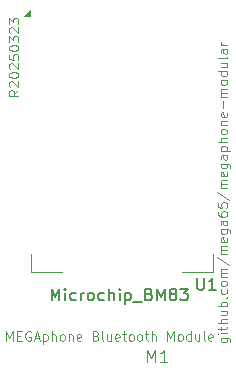
<source format=gbr>
%TF.GenerationSoftware,KiCad,Pcbnew,9.0.1+dfsg-1*%
%TF.CreationDate,2025-05-01T10:59:25+02:00*%
%TF.ProjectId,bluetooth,626c7565-746f-46f7-9468-2e6b69636164,rev?*%
%TF.SameCoordinates,Original*%
%TF.FileFunction,Legend,Top*%
%TF.FilePolarity,Positive*%
%FSLAX46Y46*%
G04 Gerber Fmt 4.6, Leading zero omitted, Abs format (unit mm)*
G04 Created by KiCad (PCBNEW 9.0.1+dfsg-1) date 2025-05-01 10:59:25*
%MOMM*%
%LPD*%
G01*
G04 APERTURE LIST*
%ADD10C,0.100000*%
%ADD11C,0.150000*%
%ADD12C,0.120000*%
G04 APERTURE END LIST*
D10*
X99443265Y-84478895D02*
X99443265Y-83678895D01*
X99443265Y-83678895D02*
X99709931Y-84250323D01*
X99709931Y-84250323D02*
X99976598Y-83678895D01*
X99976598Y-83678895D02*
X99976598Y-84478895D01*
X100357551Y-84059847D02*
X100624217Y-84059847D01*
X100738503Y-84478895D02*
X100357551Y-84478895D01*
X100357551Y-84478895D02*
X100357551Y-83678895D01*
X100357551Y-83678895D02*
X100738503Y-83678895D01*
X101500408Y-83716990D02*
X101424218Y-83678895D01*
X101424218Y-83678895D02*
X101309932Y-83678895D01*
X101309932Y-83678895D02*
X101195646Y-83716990D01*
X101195646Y-83716990D02*
X101119456Y-83793180D01*
X101119456Y-83793180D02*
X101081361Y-83869371D01*
X101081361Y-83869371D02*
X101043265Y-84021752D01*
X101043265Y-84021752D02*
X101043265Y-84136038D01*
X101043265Y-84136038D02*
X101081361Y-84288419D01*
X101081361Y-84288419D02*
X101119456Y-84364609D01*
X101119456Y-84364609D02*
X101195646Y-84440800D01*
X101195646Y-84440800D02*
X101309932Y-84478895D01*
X101309932Y-84478895D02*
X101386123Y-84478895D01*
X101386123Y-84478895D02*
X101500408Y-84440800D01*
X101500408Y-84440800D02*
X101538504Y-84402704D01*
X101538504Y-84402704D02*
X101538504Y-84136038D01*
X101538504Y-84136038D02*
X101386123Y-84136038D01*
X101843265Y-84250323D02*
X102224218Y-84250323D01*
X101767075Y-84478895D02*
X102033742Y-83678895D01*
X102033742Y-83678895D02*
X102300408Y-84478895D01*
X102567075Y-83945561D02*
X102567075Y-84745561D01*
X102567075Y-83983657D02*
X102643265Y-83945561D01*
X102643265Y-83945561D02*
X102795646Y-83945561D01*
X102795646Y-83945561D02*
X102871837Y-83983657D01*
X102871837Y-83983657D02*
X102909932Y-84021752D01*
X102909932Y-84021752D02*
X102948027Y-84097942D01*
X102948027Y-84097942D02*
X102948027Y-84326514D01*
X102948027Y-84326514D02*
X102909932Y-84402704D01*
X102909932Y-84402704D02*
X102871837Y-84440800D01*
X102871837Y-84440800D02*
X102795646Y-84478895D01*
X102795646Y-84478895D02*
X102643265Y-84478895D01*
X102643265Y-84478895D02*
X102567075Y-84440800D01*
X103290885Y-84478895D02*
X103290885Y-83678895D01*
X103633742Y-84478895D02*
X103633742Y-84059847D01*
X103633742Y-84059847D02*
X103595647Y-83983657D01*
X103595647Y-83983657D02*
X103519456Y-83945561D01*
X103519456Y-83945561D02*
X103405170Y-83945561D01*
X103405170Y-83945561D02*
X103328980Y-83983657D01*
X103328980Y-83983657D02*
X103290885Y-84021752D01*
X104128980Y-84478895D02*
X104052790Y-84440800D01*
X104052790Y-84440800D02*
X104014695Y-84402704D01*
X104014695Y-84402704D02*
X103976599Y-84326514D01*
X103976599Y-84326514D02*
X103976599Y-84097942D01*
X103976599Y-84097942D02*
X104014695Y-84021752D01*
X104014695Y-84021752D02*
X104052790Y-83983657D01*
X104052790Y-83983657D02*
X104128980Y-83945561D01*
X104128980Y-83945561D02*
X104243266Y-83945561D01*
X104243266Y-83945561D02*
X104319457Y-83983657D01*
X104319457Y-83983657D02*
X104357552Y-84021752D01*
X104357552Y-84021752D02*
X104395647Y-84097942D01*
X104395647Y-84097942D02*
X104395647Y-84326514D01*
X104395647Y-84326514D02*
X104357552Y-84402704D01*
X104357552Y-84402704D02*
X104319457Y-84440800D01*
X104319457Y-84440800D02*
X104243266Y-84478895D01*
X104243266Y-84478895D02*
X104128980Y-84478895D01*
X104738505Y-83945561D02*
X104738505Y-84478895D01*
X104738505Y-84021752D02*
X104776600Y-83983657D01*
X104776600Y-83983657D02*
X104852790Y-83945561D01*
X104852790Y-83945561D02*
X104967076Y-83945561D01*
X104967076Y-83945561D02*
X105043267Y-83983657D01*
X105043267Y-83983657D02*
X105081362Y-84059847D01*
X105081362Y-84059847D02*
X105081362Y-84478895D01*
X105767077Y-84440800D02*
X105690886Y-84478895D01*
X105690886Y-84478895D02*
X105538505Y-84478895D01*
X105538505Y-84478895D02*
X105462315Y-84440800D01*
X105462315Y-84440800D02*
X105424219Y-84364609D01*
X105424219Y-84364609D02*
X105424219Y-84059847D01*
X105424219Y-84059847D02*
X105462315Y-83983657D01*
X105462315Y-83983657D02*
X105538505Y-83945561D01*
X105538505Y-83945561D02*
X105690886Y-83945561D01*
X105690886Y-83945561D02*
X105767077Y-83983657D01*
X105767077Y-83983657D02*
X105805172Y-84059847D01*
X105805172Y-84059847D02*
X105805172Y-84136038D01*
X105805172Y-84136038D02*
X105424219Y-84212228D01*
X107024219Y-84059847D02*
X107138505Y-84097942D01*
X107138505Y-84097942D02*
X107176600Y-84136038D01*
X107176600Y-84136038D02*
X107214696Y-84212228D01*
X107214696Y-84212228D02*
X107214696Y-84326514D01*
X107214696Y-84326514D02*
X107176600Y-84402704D01*
X107176600Y-84402704D02*
X107138505Y-84440800D01*
X107138505Y-84440800D02*
X107062315Y-84478895D01*
X107062315Y-84478895D02*
X106757553Y-84478895D01*
X106757553Y-84478895D02*
X106757553Y-83678895D01*
X106757553Y-83678895D02*
X107024219Y-83678895D01*
X107024219Y-83678895D02*
X107100410Y-83716990D01*
X107100410Y-83716990D02*
X107138505Y-83755085D01*
X107138505Y-83755085D02*
X107176600Y-83831276D01*
X107176600Y-83831276D02*
X107176600Y-83907466D01*
X107176600Y-83907466D02*
X107138505Y-83983657D01*
X107138505Y-83983657D02*
X107100410Y-84021752D01*
X107100410Y-84021752D02*
X107024219Y-84059847D01*
X107024219Y-84059847D02*
X106757553Y-84059847D01*
X107671838Y-84478895D02*
X107595648Y-84440800D01*
X107595648Y-84440800D02*
X107557553Y-84364609D01*
X107557553Y-84364609D02*
X107557553Y-83678895D01*
X108319458Y-83945561D02*
X108319458Y-84478895D01*
X107976601Y-83945561D02*
X107976601Y-84364609D01*
X107976601Y-84364609D02*
X108014696Y-84440800D01*
X108014696Y-84440800D02*
X108090886Y-84478895D01*
X108090886Y-84478895D02*
X108205172Y-84478895D01*
X108205172Y-84478895D02*
X108281363Y-84440800D01*
X108281363Y-84440800D02*
X108319458Y-84402704D01*
X109005173Y-84440800D02*
X108928982Y-84478895D01*
X108928982Y-84478895D02*
X108776601Y-84478895D01*
X108776601Y-84478895D02*
X108700411Y-84440800D01*
X108700411Y-84440800D02*
X108662315Y-84364609D01*
X108662315Y-84364609D02*
X108662315Y-84059847D01*
X108662315Y-84059847D02*
X108700411Y-83983657D01*
X108700411Y-83983657D02*
X108776601Y-83945561D01*
X108776601Y-83945561D02*
X108928982Y-83945561D01*
X108928982Y-83945561D02*
X109005173Y-83983657D01*
X109005173Y-83983657D02*
X109043268Y-84059847D01*
X109043268Y-84059847D02*
X109043268Y-84136038D01*
X109043268Y-84136038D02*
X108662315Y-84212228D01*
X109271839Y-83945561D02*
X109576601Y-83945561D01*
X109386125Y-83678895D02*
X109386125Y-84364609D01*
X109386125Y-84364609D02*
X109424220Y-84440800D01*
X109424220Y-84440800D02*
X109500410Y-84478895D01*
X109500410Y-84478895D02*
X109576601Y-84478895D01*
X109957553Y-84478895D02*
X109881363Y-84440800D01*
X109881363Y-84440800D02*
X109843268Y-84402704D01*
X109843268Y-84402704D02*
X109805172Y-84326514D01*
X109805172Y-84326514D02*
X109805172Y-84097942D01*
X109805172Y-84097942D02*
X109843268Y-84021752D01*
X109843268Y-84021752D02*
X109881363Y-83983657D01*
X109881363Y-83983657D02*
X109957553Y-83945561D01*
X109957553Y-83945561D02*
X110071839Y-83945561D01*
X110071839Y-83945561D02*
X110148030Y-83983657D01*
X110148030Y-83983657D02*
X110186125Y-84021752D01*
X110186125Y-84021752D02*
X110224220Y-84097942D01*
X110224220Y-84097942D02*
X110224220Y-84326514D01*
X110224220Y-84326514D02*
X110186125Y-84402704D01*
X110186125Y-84402704D02*
X110148030Y-84440800D01*
X110148030Y-84440800D02*
X110071839Y-84478895D01*
X110071839Y-84478895D02*
X109957553Y-84478895D01*
X110681363Y-84478895D02*
X110605173Y-84440800D01*
X110605173Y-84440800D02*
X110567078Y-84402704D01*
X110567078Y-84402704D02*
X110528982Y-84326514D01*
X110528982Y-84326514D02*
X110528982Y-84097942D01*
X110528982Y-84097942D02*
X110567078Y-84021752D01*
X110567078Y-84021752D02*
X110605173Y-83983657D01*
X110605173Y-83983657D02*
X110681363Y-83945561D01*
X110681363Y-83945561D02*
X110795649Y-83945561D01*
X110795649Y-83945561D02*
X110871840Y-83983657D01*
X110871840Y-83983657D02*
X110909935Y-84021752D01*
X110909935Y-84021752D02*
X110948030Y-84097942D01*
X110948030Y-84097942D02*
X110948030Y-84326514D01*
X110948030Y-84326514D02*
X110909935Y-84402704D01*
X110909935Y-84402704D02*
X110871840Y-84440800D01*
X110871840Y-84440800D02*
X110795649Y-84478895D01*
X110795649Y-84478895D02*
X110681363Y-84478895D01*
X111176602Y-83945561D02*
X111481364Y-83945561D01*
X111290888Y-83678895D02*
X111290888Y-84364609D01*
X111290888Y-84364609D02*
X111328983Y-84440800D01*
X111328983Y-84440800D02*
X111405173Y-84478895D01*
X111405173Y-84478895D02*
X111481364Y-84478895D01*
X111748031Y-84478895D02*
X111748031Y-83678895D01*
X112090888Y-84478895D02*
X112090888Y-84059847D01*
X112090888Y-84059847D02*
X112052793Y-83983657D01*
X112052793Y-83983657D02*
X111976602Y-83945561D01*
X111976602Y-83945561D02*
X111862316Y-83945561D01*
X111862316Y-83945561D02*
X111786126Y-83983657D01*
X111786126Y-83983657D02*
X111748031Y-84021752D01*
X113081365Y-84478895D02*
X113081365Y-83678895D01*
X113081365Y-83678895D02*
X113348031Y-84250323D01*
X113348031Y-84250323D02*
X113614698Y-83678895D01*
X113614698Y-83678895D02*
X113614698Y-84478895D01*
X114109936Y-84478895D02*
X114033746Y-84440800D01*
X114033746Y-84440800D02*
X113995651Y-84402704D01*
X113995651Y-84402704D02*
X113957555Y-84326514D01*
X113957555Y-84326514D02*
X113957555Y-84097942D01*
X113957555Y-84097942D02*
X113995651Y-84021752D01*
X113995651Y-84021752D02*
X114033746Y-83983657D01*
X114033746Y-83983657D02*
X114109936Y-83945561D01*
X114109936Y-83945561D02*
X114224222Y-83945561D01*
X114224222Y-83945561D02*
X114300413Y-83983657D01*
X114300413Y-83983657D02*
X114338508Y-84021752D01*
X114338508Y-84021752D02*
X114376603Y-84097942D01*
X114376603Y-84097942D02*
X114376603Y-84326514D01*
X114376603Y-84326514D02*
X114338508Y-84402704D01*
X114338508Y-84402704D02*
X114300413Y-84440800D01*
X114300413Y-84440800D02*
X114224222Y-84478895D01*
X114224222Y-84478895D02*
X114109936Y-84478895D01*
X115062318Y-84478895D02*
X115062318Y-83678895D01*
X115062318Y-84440800D02*
X114986127Y-84478895D01*
X114986127Y-84478895D02*
X114833746Y-84478895D01*
X114833746Y-84478895D02*
X114757556Y-84440800D01*
X114757556Y-84440800D02*
X114719461Y-84402704D01*
X114719461Y-84402704D02*
X114681365Y-84326514D01*
X114681365Y-84326514D02*
X114681365Y-84097942D01*
X114681365Y-84097942D02*
X114719461Y-84021752D01*
X114719461Y-84021752D02*
X114757556Y-83983657D01*
X114757556Y-83983657D02*
X114833746Y-83945561D01*
X114833746Y-83945561D02*
X114986127Y-83945561D01*
X114986127Y-83945561D02*
X115062318Y-83983657D01*
X115786128Y-83945561D02*
X115786128Y-84478895D01*
X115443271Y-83945561D02*
X115443271Y-84364609D01*
X115443271Y-84364609D02*
X115481366Y-84440800D01*
X115481366Y-84440800D02*
X115557556Y-84478895D01*
X115557556Y-84478895D02*
X115671842Y-84478895D01*
X115671842Y-84478895D02*
X115748033Y-84440800D01*
X115748033Y-84440800D02*
X115786128Y-84402704D01*
X116281366Y-84478895D02*
X116205176Y-84440800D01*
X116205176Y-84440800D02*
X116167081Y-84364609D01*
X116167081Y-84364609D02*
X116167081Y-83678895D01*
X116890891Y-84440800D02*
X116814700Y-84478895D01*
X116814700Y-84478895D02*
X116662319Y-84478895D01*
X116662319Y-84478895D02*
X116586129Y-84440800D01*
X116586129Y-84440800D02*
X116548033Y-84364609D01*
X116548033Y-84364609D02*
X116548033Y-84059847D01*
X116548033Y-84059847D02*
X116586129Y-83983657D01*
X116586129Y-83983657D02*
X116662319Y-83945561D01*
X116662319Y-83945561D02*
X116814700Y-83945561D01*
X116814700Y-83945561D02*
X116890891Y-83983657D01*
X116890891Y-83983657D02*
X116928986Y-84059847D01*
X116928986Y-84059847D02*
X116928986Y-84136038D01*
X116928986Y-84136038D02*
X116548033Y-84212228D01*
X117600561Y-84236877D02*
X118248180Y-84236877D01*
X118248180Y-84236877D02*
X118324371Y-84274972D01*
X118324371Y-84274972D02*
X118362466Y-84313068D01*
X118362466Y-84313068D02*
X118400561Y-84389258D01*
X118400561Y-84389258D02*
X118400561Y-84503544D01*
X118400561Y-84503544D02*
X118362466Y-84579734D01*
X118095800Y-84236877D02*
X118133895Y-84313068D01*
X118133895Y-84313068D02*
X118133895Y-84465449D01*
X118133895Y-84465449D02*
X118095800Y-84541639D01*
X118095800Y-84541639D02*
X118057704Y-84579734D01*
X118057704Y-84579734D02*
X117981514Y-84617830D01*
X117981514Y-84617830D02*
X117752942Y-84617830D01*
X117752942Y-84617830D02*
X117676752Y-84579734D01*
X117676752Y-84579734D02*
X117638657Y-84541639D01*
X117638657Y-84541639D02*
X117600561Y-84465449D01*
X117600561Y-84465449D02*
X117600561Y-84313068D01*
X117600561Y-84313068D02*
X117638657Y-84236877D01*
X118133895Y-83855924D02*
X117600561Y-83855924D01*
X117333895Y-83855924D02*
X117371990Y-83894020D01*
X117371990Y-83894020D02*
X117410085Y-83855924D01*
X117410085Y-83855924D02*
X117371990Y-83817829D01*
X117371990Y-83817829D02*
X117333895Y-83855924D01*
X117333895Y-83855924D02*
X117410085Y-83855924D01*
X117600561Y-83589258D02*
X117600561Y-83284496D01*
X117333895Y-83474972D02*
X118019609Y-83474972D01*
X118019609Y-83474972D02*
X118095800Y-83436877D01*
X118095800Y-83436877D02*
X118133895Y-83360687D01*
X118133895Y-83360687D02*
X118133895Y-83284496D01*
X118133895Y-83017829D02*
X117333895Y-83017829D01*
X118133895Y-82674972D02*
X117714847Y-82674972D01*
X117714847Y-82674972D02*
X117638657Y-82713067D01*
X117638657Y-82713067D02*
X117600561Y-82789258D01*
X117600561Y-82789258D02*
X117600561Y-82903544D01*
X117600561Y-82903544D02*
X117638657Y-82979734D01*
X117638657Y-82979734D02*
X117676752Y-83017829D01*
X117600561Y-81951162D02*
X118133895Y-81951162D01*
X117600561Y-82294019D02*
X118019609Y-82294019D01*
X118019609Y-82294019D02*
X118095800Y-82255924D01*
X118095800Y-82255924D02*
X118133895Y-82179734D01*
X118133895Y-82179734D02*
X118133895Y-82065448D01*
X118133895Y-82065448D02*
X118095800Y-81989257D01*
X118095800Y-81989257D02*
X118057704Y-81951162D01*
X118133895Y-81570209D02*
X117333895Y-81570209D01*
X117638657Y-81570209D02*
X117600561Y-81494019D01*
X117600561Y-81494019D02*
X117600561Y-81341638D01*
X117600561Y-81341638D02*
X117638657Y-81265447D01*
X117638657Y-81265447D02*
X117676752Y-81227352D01*
X117676752Y-81227352D02*
X117752942Y-81189257D01*
X117752942Y-81189257D02*
X117981514Y-81189257D01*
X117981514Y-81189257D02*
X118057704Y-81227352D01*
X118057704Y-81227352D02*
X118095800Y-81265447D01*
X118095800Y-81265447D02*
X118133895Y-81341638D01*
X118133895Y-81341638D02*
X118133895Y-81494019D01*
X118133895Y-81494019D02*
X118095800Y-81570209D01*
X118057704Y-80846399D02*
X118095800Y-80808304D01*
X118095800Y-80808304D02*
X118133895Y-80846399D01*
X118133895Y-80846399D02*
X118095800Y-80884495D01*
X118095800Y-80884495D02*
X118057704Y-80846399D01*
X118057704Y-80846399D02*
X118133895Y-80846399D01*
X118095800Y-80122590D02*
X118133895Y-80198781D01*
X118133895Y-80198781D02*
X118133895Y-80351162D01*
X118133895Y-80351162D02*
X118095800Y-80427352D01*
X118095800Y-80427352D02*
X118057704Y-80465447D01*
X118057704Y-80465447D02*
X117981514Y-80503543D01*
X117981514Y-80503543D02*
X117752942Y-80503543D01*
X117752942Y-80503543D02*
X117676752Y-80465447D01*
X117676752Y-80465447D02*
X117638657Y-80427352D01*
X117638657Y-80427352D02*
X117600561Y-80351162D01*
X117600561Y-80351162D02*
X117600561Y-80198781D01*
X117600561Y-80198781D02*
X117638657Y-80122590D01*
X118133895Y-79665448D02*
X118095800Y-79741638D01*
X118095800Y-79741638D02*
X118057704Y-79779733D01*
X118057704Y-79779733D02*
X117981514Y-79817829D01*
X117981514Y-79817829D02*
X117752942Y-79817829D01*
X117752942Y-79817829D02*
X117676752Y-79779733D01*
X117676752Y-79779733D02*
X117638657Y-79741638D01*
X117638657Y-79741638D02*
X117600561Y-79665448D01*
X117600561Y-79665448D02*
X117600561Y-79551162D01*
X117600561Y-79551162D02*
X117638657Y-79474971D01*
X117638657Y-79474971D02*
X117676752Y-79436876D01*
X117676752Y-79436876D02*
X117752942Y-79398781D01*
X117752942Y-79398781D02*
X117981514Y-79398781D01*
X117981514Y-79398781D02*
X118057704Y-79436876D01*
X118057704Y-79436876D02*
X118095800Y-79474971D01*
X118095800Y-79474971D02*
X118133895Y-79551162D01*
X118133895Y-79551162D02*
X118133895Y-79665448D01*
X118133895Y-79055923D02*
X117600561Y-79055923D01*
X117676752Y-79055923D02*
X117638657Y-79017828D01*
X117638657Y-79017828D02*
X117600561Y-78941638D01*
X117600561Y-78941638D02*
X117600561Y-78827352D01*
X117600561Y-78827352D02*
X117638657Y-78751161D01*
X117638657Y-78751161D02*
X117714847Y-78713066D01*
X117714847Y-78713066D02*
X118133895Y-78713066D01*
X117714847Y-78713066D02*
X117638657Y-78674971D01*
X117638657Y-78674971D02*
X117600561Y-78598780D01*
X117600561Y-78598780D02*
X117600561Y-78484495D01*
X117600561Y-78484495D02*
X117638657Y-78408304D01*
X117638657Y-78408304D02*
X117714847Y-78370209D01*
X117714847Y-78370209D02*
X118133895Y-78370209D01*
X117295800Y-77417828D02*
X118324371Y-78103542D01*
X118133895Y-77151161D02*
X117600561Y-77151161D01*
X117676752Y-77151161D02*
X117638657Y-77113066D01*
X117638657Y-77113066D02*
X117600561Y-77036876D01*
X117600561Y-77036876D02*
X117600561Y-76922590D01*
X117600561Y-76922590D02*
X117638657Y-76846399D01*
X117638657Y-76846399D02*
X117714847Y-76808304D01*
X117714847Y-76808304D02*
X118133895Y-76808304D01*
X117714847Y-76808304D02*
X117638657Y-76770209D01*
X117638657Y-76770209D02*
X117600561Y-76694018D01*
X117600561Y-76694018D02*
X117600561Y-76579733D01*
X117600561Y-76579733D02*
X117638657Y-76503542D01*
X117638657Y-76503542D02*
X117714847Y-76465447D01*
X117714847Y-76465447D02*
X118133895Y-76465447D01*
X118095800Y-75779732D02*
X118133895Y-75855923D01*
X118133895Y-75855923D02*
X118133895Y-76008304D01*
X118133895Y-76008304D02*
X118095800Y-76084494D01*
X118095800Y-76084494D02*
X118019609Y-76122590D01*
X118019609Y-76122590D02*
X117714847Y-76122590D01*
X117714847Y-76122590D02*
X117638657Y-76084494D01*
X117638657Y-76084494D02*
X117600561Y-76008304D01*
X117600561Y-76008304D02*
X117600561Y-75855923D01*
X117600561Y-75855923D02*
X117638657Y-75779732D01*
X117638657Y-75779732D02*
X117714847Y-75741637D01*
X117714847Y-75741637D02*
X117791038Y-75741637D01*
X117791038Y-75741637D02*
X117867228Y-76122590D01*
X117600561Y-75055923D02*
X118248180Y-75055923D01*
X118248180Y-75055923D02*
X118324371Y-75094018D01*
X118324371Y-75094018D02*
X118362466Y-75132114D01*
X118362466Y-75132114D02*
X118400561Y-75208304D01*
X118400561Y-75208304D02*
X118400561Y-75322590D01*
X118400561Y-75322590D02*
X118362466Y-75398780D01*
X118095800Y-75055923D02*
X118133895Y-75132114D01*
X118133895Y-75132114D02*
X118133895Y-75284495D01*
X118133895Y-75284495D02*
X118095800Y-75360685D01*
X118095800Y-75360685D02*
X118057704Y-75398780D01*
X118057704Y-75398780D02*
X117981514Y-75436876D01*
X117981514Y-75436876D02*
X117752942Y-75436876D01*
X117752942Y-75436876D02*
X117676752Y-75398780D01*
X117676752Y-75398780D02*
X117638657Y-75360685D01*
X117638657Y-75360685D02*
X117600561Y-75284495D01*
X117600561Y-75284495D02*
X117600561Y-75132114D01*
X117600561Y-75132114D02*
X117638657Y-75055923D01*
X118133895Y-74332113D02*
X117714847Y-74332113D01*
X117714847Y-74332113D02*
X117638657Y-74370208D01*
X117638657Y-74370208D02*
X117600561Y-74446399D01*
X117600561Y-74446399D02*
X117600561Y-74598780D01*
X117600561Y-74598780D02*
X117638657Y-74674970D01*
X118095800Y-74332113D02*
X118133895Y-74408304D01*
X118133895Y-74408304D02*
X118133895Y-74598780D01*
X118133895Y-74598780D02*
X118095800Y-74674970D01*
X118095800Y-74674970D02*
X118019609Y-74713066D01*
X118019609Y-74713066D02*
X117943419Y-74713066D01*
X117943419Y-74713066D02*
X117867228Y-74674970D01*
X117867228Y-74674970D02*
X117829133Y-74598780D01*
X117829133Y-74598780D02*
X117829133Y-74408304D01*
X117829133Y-74408304D02*
X117791038Y-74332113D01*
X117333895Y-73608303D02*
X117333895Y-73760684D01*
X117333895Y-73760684D02*
X117371990Y-73836875D01*
X117371990Y-73836875D02*
X117410085Y-73874970D01*
X117410085Y-73874970D02*
X117524371Y-73951160D01*
X117524371Y-73951160D02*
X117676752Y-73989256D01*
X117676752Y-73989256D02*
X117981514Y-73989256D01*
X117981514Y-73989256D02*
X118057704Y-73951160D01*
X118057704Y-73951160D02*
X118095800Y-73913065D01*
X118095800Y-73913065D02*
X118133895Y-73836875D01*
X118133895Y-73836875D02*
X118133895Y-73684494D01*
X118133895Y-73684494D02*
X118095800Y-73608303D01*
X118095800Y-73608303D02*
X118057704Y-73570208D01*
X118057704Y-73570208D02*
X117981514Y-73532113D01*
X117981514Y-73532113D02*
X117791038Y-73532113D01*
X117791038Y-73532113D02*
X117714847Y-73570208D01*
X117714847Y-73570208D02*
X117676752Y-73608303D01*
X117676752Y-73608303D02*
X117638657Y-73684494D01*
X117638657Y-73684494D02*
X117638657Y-73836875D01*
X117638657Y-73836875D02*
X117676752Y-73913065D01*
X117676752Y-73913065D02*
X117714847Y-73951160D01*
X117714847Y-73951160D02*
X117791038Y-73989256D01*
X117333895Y-72808303D02*
X117333895Y-73189255D01*
X117333895Y-73189255D02*
X117714847Y-73227351D01*
X117714847Y-73227351D02*
X117676752Y-73189255D01*
X117676752Y-73189255D02*
X117638657Y-73113065D01*
X117638657Y-73113065D02*
X117638657Y-72922589D01*
X117638657Y-72922589D02*
X117676752Y-72846398D01*
X117676752Y-72846398D02*
X117714847Y-72808303D01*
X117714847Y-72808303D02*
X117791038Y-72770208D01*
X117791038Y-72770208D02*
X117981514Y-72770208D01*
X117981514Y-72770208D02*
X118057704Y-72808303D01*
X118057704Y-72808303D02*
X118095800Y-72846398D01*
X118095800Y-72846398D02*
X118133895Y-72922589D01*
X118133895Y-72922589D02*
X118133895Y-73113065D01*
X118133895Y-73113065D02*
X118095800Y-73189255D01*
X118095800Y-73189255D02*
X118057704Y-73227351D01*
X117295800Y-71855922D02*
X118324371Y-72541636D01*
X118133895Y-71589255D02*
X117600561Y-71589255D01*
X117676752Y-71589255D02*
X117638657Y-71551160D01*
X117638657Y-71551160D02*
X117600561Y-71474970D01*
X117600561Y-71474970D02*
X117600561Y-71360684D01*
X117600561Y-71360684D02*
X117638657Y-71284493D01*
X117638657Y-71284493D02*
X117714847Y-71246398D01*
X117714847Y-71246398D02*
X118133895Y-71246398D01*
X117714847Y-71246398D02*
X117638657Y-71208303D01*
X117638657Y-71208303D02*
X117600561Y-71132112D01*
X117600561Y-71132112D02*
X117600561Y-71017827D01*
X117600561Y-71017827D02*
X117638657Y-70941636D01*
X117638657Y-70941636D02*
X117714847Y-70903541D01*
X117714847Y-70903541D02*
X118133895Y-70903541D01*
X118095800Y-70217826D02*
X118133895Y-70294017D01*
X118133895Y-70294017D02*
X118133895Y-70446398D01*
X118133895Y-70446398D02*
X118095800Y-70522588D01*
X118095800Y-70522588D02*
X118019609Y-70560684D01*
X118019609Y-70560684D02*
X117714847Y-70560684D01*
X117714847Y-70560684D02*
X117638657Y-70522588D01*
X117638657Y-70522588D02*
X117600561Y-70446398D01*
X117600561Y-70446398D02*
X117600561Y-70294017D01*
X117600561Y-70294017D02*
X117638657Y-70217826D01*
X117638657Y-70217826D02*
X117714847Y-70179731D01*
X117714847Y-70179731D02*
X117791038Y-70179731D01*
X117791038Y-70179731D02*
X117867228Y-70560684D01*
X117600561Y-69494017D02*
X118248180Y-69494017D01*
X118248180Y-69494017D02*
X118324371Y-69532112D01*
X118324371Y-69532112D02*
X118362466Y-69570208D01*
X118362466Y-69570208D02*
X118400561Y-69646398D01*
X118400561Y-69646398D02*
X118400561Y-69760684D01*
X118400561Y-69760684D02*
X118362466Y-69836874D01*
X118095800Y-69494017D02*
X118133895Y-69570208D01*
X118133895Y-69570208D02*
X118133895Y-69722589D01*
X118133895Y-69722589D02*
X118095800Y-69798779D01*
X118095800Y-69798779D02*
X118057704Y-69836874D01*
X118057704Y-69836874D02*
X117981514Y-69874970D01*
X117981514Y-69874970D02*
X117752942Y-69874970D01*
X117752942Y-69874970D02*
X117676752Y-69836874D01*
X117676752Y-69836874D02*
X117638657Y-69798779D01*
X117638657Y-69798779D02*
X117600561Y-69722589D01*
X117600561Y-69722589D02*
X117600561Y-69570208D01*
X117600561Y-69570208D02*
X117638657Y-69494017D01*
X118133895Y-68770207D02*
X117714847Y-68770207D01*
X117714847Y-68770207D02*
X117638657Y-68808302D01*
X117638657Y-68808302D02*
X117600561Y-68884493D01*
X117600561Y-68884493D02*
X117600561Y-69036874D01*
X117600561Y-69036874D02*
X117638657Y-69113064D01*
X118095800Y-68770207D02*
X118133895Y-68846398D01*
X118133895Y-68846398D02*
X118133895Y-69036874D01*
X118133895Y-69036874D02*
X118095800Y-69113064D01*
X118095800Y-69113064D02*
X118019609Y-69151160D01*
X118019609Y-69151160D02*
X117943419Y-69151160D01*
X117943419Y-69151160D02*
X117867228Y-69113064D01*
X117867228Y-69113064D02*
X117829133Y-69036874D01*
X117829133Y-69036874D02*
X117829133Y-68846398D01*
X117829133Y-68846398D02*
X117791038Y-68770207D01*
X117600561Y-68389254D02*
X118400561Y-68389254D01*
X117638657Y-68389254D02*
X117600561Y-68313064D01*
X117600561Y-68313064D02*
X117600561Y-68160683D01*
X117600561Y-68160683D02*
X117638657Y-68084492D01*
X117638657Y-68084492D02*
X117676752Y-68046397D01*
X117676752Y-68046397D02*
X117752942Y-68008302D01*
X117752942Y-68008302D02*
X117981514Y-68008302D01*
X117981514Y-68008302D02*
X118057704Y-68046397D01*
X118057704Y-68046397D02*
X118095800Y-68084492D01*
X118095800Y-68084492D02*
X118133895Y-68160683D01*
X118133895Y-68160683D02*
X118133895Y-68313064D01*
X118133895Y-68313064D02*
X118095800Y-68389254D01*
X118133895Y-67665444D02*
X117333895Y-67665444D01*
X118133895Y-67322587D02*
X117714847Y-67322587D01*
X117714847Y-67322587D02*
X117638657Y-67360682D01*
X117638657Y-67360682D02*
X117600561Y-67436873D01*
X117600561Y-67436873D02*
X117600561Y-67551159D01*
X117600561Y-67551159D02*
X117638657Y-67627349D01*
X117638657Y-67627349D02*
X117676752Y-67665444D01*
X118133895Y-66827349D02*
X118095800Y-66903539D01*
X118095800Y-66903539D02*
X118057704Y-66941634D01*
X118057704Y-66941634D02*
X117981514Y-66979730D01*
X117981514Y-66979730D02*
X117752942Y-66979730D01*
X117752942Y-66979730D02*
X117676752Y-66941634D01*
X117676752Y-66941634D02*
X117638657Y-66903539D01*
X117638657Y-66903539D02*
X117600561Y-66827349D01*
X117600561Y-66827349D02*
X117600561Y-66713063D01*
X117600561Y-66713063D02*
X117638657Y-66636872D01*
X117638657Y-66636872D02*
X117676752Y-66598777D01*
X117676752Y-66598777D02*
X117752942Y-66560682D01*
X117752942Y-66560682D02*
X117981514Y-66560682D01*
X117981514Y-66560682D02*
X118057704Y-66598777D01*
X118057704Y-66598777D02*
X118095800Y-66636872D01*
X118095800Y-66636872D02*
X118133895Y-66713063D01*
X118133895Y-66713063D02*
X118133895Y-66827349D01*
X117600561Y-66217824D02*
X118133895Y-66217824D01*
X117676752Y-66217824D02*
X117638657Y-66179729D01*
X117638657Y-66179729D02*
X117600561Y-66103539D01*
X117600561Y-66103539D02*
X117600561Y-65989253D01*
X117600561Y-65989253D02*
X117638657Y-65913062D01*
X117638657Y-65913062D02*
X117714847Y-65874967D01*
X117714847Y-65874967D02*
X118133895Y-65874967D01*
X118095800Y-65189252D02*
X118133895Y-65265443D01*
X118133895Y-65265443D02*
X118133895Y-65417824D01*
X118133895Y-65417824D02*
X118095800Y-65494014D01*
X118095800Y-65494014D02*
X118019609Y-65532110D01*
X118019609Y-65532110D02*
X117714847Y-65532110D01*
X117714847Y-65532110D02*
X117638657Y-65494014D01*
X117638657Y-65494014D02*
X117600561Y-65417824D01*
X117600561Y-65417824D02*
X117600561Y-65265443D01*
X117600561Y-65265443D02*
X117638657Y-65189252D01*
X117638657Y-65189252D02*
X117714847Y-65151157D01*
X117714847Y-65151157D02*
X117791038Y-65151157D01*
X117791038Y-65151157D02*
X117867228Y-65532110D01*
X117829133Y-64808300D02*
X117829133Y-64198777D01*
X118133895Y-63817824D02*
X117600561Y-63817824D01*
X117676752Y-63817824D02*
X117638657Y-63779729D01*
X117638657Y-63779729D02*
X117600561Y-63703539D01*
X117600561Y-63703539D02*
X117600561Y-63589253D01*
X117600561Y-63589253D02*
X117638657Y-63513062D01*
X117638657Y-63513062D02*
X117714847Y-63474967D01*
X117714847Y-63474967D02*
X118133895Y-63474967D01*
X117714847Y-63474967D02*
X117638657Y-63436872D01*
X117638657Y-63436872D02*
X117600561Y-63360681D01*
X117600561Y-63360681D02*
X117600561Y-63246396D01*
X117600561Y-63246396D02*
X117638657Y-63170205D01*
X117638657Y-63170205D02*
X117714847Y-63132110D01*
X117714847Y-63132110D02*
X118133895Y-63132110D01*
X118133895Y-62636872D02*
X118095800Y-62713062D01*
X118095800Y-62713062D02*
X118057704Y-62751157D01*
X118057704Y-62751157D02*
X117981514Y-62789253D01*
X117981514Y-62789253D02*
X117752942Y-62789253D01*
X117752942Y-62789253D02*
X117676752Y-62751157D01*
X117676752Y-62751157D02*
X117638657Y-62713062D01*
X117638657Y-62713062D02*
X117600561Y-62636872D01*
X117600561Y-62636872D02*
X117600561Y-62522586D01*
X117600561Y-62522586D02*
X117638657Y-62446395D01*
X117638657Y-62446395D02*
X117676752Y-62408300D01*
X117676752Y-62408300D02*
X117752942Y-62370205D01*
X117752942Y-62370205D02*
X117981514Y-62370205D01*
X117981514Y-62370205D02*
X118057704Y-62408300D01*
X118057704Y-62408300D02*
X118095800Y-62446395D01*
X118095800Y-62446395D02*
X118133895Y-62522586D01*
X118133895Y-62522586D02*
X118133895Y-62636872D01*
X118133895Y-61684490D02*
X117333895Y-61684490D01*
X118095800Y-61684490D02*
X118133895Y-61760681D01*
X118133895Y-61760681D02*
X118133895Y-61913062D01*
X118133895Y-61913062D02*
X118095800Y-61989252D01*
X118095800Y-61989252D02*
X118057704Y-62027347D01*
X118057704Y-62027347D02*
X117981514Y-62065443D01*
X117981514Y-62065443D02*
X117752942Y-62065443D01*
X117752942Y-62065443D02*
X117676752Y-62027347D01*
X117676752Y-62027347D02*
X117638657Y-61989252D01*
X117638657Y-61989252D02*
X117600561Y-61913062D01*
X117600561Y-61913062D02*
X117600561Y-61760681D01*
X117600561Y-61760681D02*
X117638657Y-61684490D01*
X117600561Y-60960680D02*
X118133895Y-60960680D01*
X117600561Y-61303537D02*
X118019609Y-61303537D01*
X118019609Y-61303537D02*
X118095800Y-61265442D01*
X118095800Y-61265442D02*
X118133895Y-61189252D01*
X118133895Y-61189252D02*
X118133895Y-61074966D01*
X118133895Y-61074966D02*
X118095800Y-60998775D01*
X118095800Y-60998775D02*
X118057704Y-60960680D01*
X118133895Y-60465442D02*
X118095800Y-60541632D01*
X118095800Y-60541632D02*
X118019609Y-60579727D01*
X118019609Y-60579727D02*
X117333895Y-60579727D01*
X118133895Y-59817822D02*
X117714847Y-59817822D01*
X117714847Y-59817822D02*
X117638657Y-59855917D01*
X117638657Y-59855917D02*
X117600561Y-59932108D01*
X117600561Y-59932108D02*
X117600561Y-60084489D01*
X117600561Y-60084489D02*
X117638657Y-60160679D01*
X118095800Y-59817822D02*
X118133895Y-59894013D01*
X118133895Y-59894013D02*
X118133895Y-60084489D01*
X118133895Y-60084489D02*
X118095800Y-60160679D01*
X118095800Y-60160679D02*
X118019609Y-60198775D01*
X118019609Y-60198775D02*
X117943419Y-60198775D01*
X117943419Y-60198775D02*
X117867228Y-60160679D01*
X117867228Y-60160679D02*
X117829133Y-60084489D01*
X117829133Y-60084489D02*
X117829133Y-59894013D01*
X117829133Y-59894013D02*
X117791038Y-59817822D01*
X118133895Y-59436869D02*
X117600561Y-59436869D01*
X117752942Y-59436869D02*
X117676752Y-59398774D01*
X117676752Y-59398774D02*
X117638657Y-59360679D01*
X117638657Y-59360679D02*
X117600561Y-59284488D01*
X117600561Y-59284488D02*
X117600561Y-59208298D01*
X100480895Y-63294591D02*
X100099942Y-63561258D01*
X100480895Y-63751734D02*
X99680895Y-63751734D01*
X99680895Y-63751734D02*
X99680895Y-63446972D01*
X99680895Y-63446972D02*
X99718990Y-63370782D01*
X99718990Y-63370782D02*
X99757085Y-63332687D01*
X99757085Y-63332687D02*
X99833276Y-63294591D01*
X99833276Y-63294591D02*
X99947561Y-63294591D01*
X99947561Y-63294591D02*
X100023752Y-63332687D01*
X100023752Y-63332687D02*
X100061847Y-63370782D01*
X100061847Y-63370782D02*
X100099942Y-63446972D01*
X100099942Y-63446972D02*
X100099942Y-63751734D01*
X99757085Y-62989830D02*
X99718990Y-62951734D01*
X99718990Y-62951734D02*
X99680895Y-62875544D01*
X99680895Y-62875544D02*
X99680895Y-62685068D01*
X99680895Y-62685068D02*
X99718990Y-62608877D01*
X99718990Y-62608877D02*
X99757085Y-62570782D01*
X99757085Y-62570782D02*
X99833276Y-62532687D01*
X99833276Y-62532687D02*
X99909466Y-62532687D01*
X99909466Y-62532687D02*
X100023752Y-62570782D01*
X100023752Y-62570782D02*
X100480895Y-63027925D01*
X100480895Y-63027925D02*
X100480895Y-62532687D01*
X99680895Y-62037448D02*
X99680895Y-61961258D01*
X99680895Y-61961258D02*
X99718990Y-61885067D01*
X99718990Y-61885067D02*
X99757085Y-61846972D01*
X99757085Y-61846972D02*
X99833276Y-61808877D01*
X99833276Y-61808877D02*
X99985657Y-61770782D01*
X99985657Y-61770782D02*
X100176133Y-61770782D01*
X100176133Y-61770782D02*
X100328514Y-61808877D01*
X100328514Y-61808877D02*
X100404704Y-61846972D01*
X100404704Y-61846972D02*
X100442800Y-61885067D01*
X100442800Y-61885067D02*
X100480895Y-61961258D01*
X100480895Y-61961258D02*
X100480895Y-62037448D01*
X100480895Y-62037448D02*
X100442800Y-62113639D01*
X100442800Y-62113639D02*
X100404704Y-62151734D01*
X100404704Y-62151734D02*
X100328514Y-62189829D01*
X100328514Y-62189829D02*
X100176133Y-62227925D01*
X100176133Y-62227925D02*
X99985657Y-62227925D01*
X99985657Y-62227925D02*
X99833276Y-62189829D01*
X99833276Y-62189829D02*
X99757085Y-62151734D01*
X99757085Y-62151734D02*
X99718990Y-62113639D01*
X99718990Y-62113639D02*
X99680895Y-62037448D01*
X99757085Y-61466020D02*
X99718990Y-61427924D01*
X99718990Y-61427924D02*
X99680895Y-61351734D01*
X99680895Y-61351734D02*
X99680895Y-61161258D01*
X99680895Y-61161258D02*
X99718990Y-61085067D01*
X99718990Y-61085067D02*
X99757085Y-61046972D01*
X99757085Y-61046972D02*
X99833276Y-61008877D01*
X99833276Y-61008877D02*
X99909466Y-61008877D01*
X99909466Y-61008877D02*
X100023752Y-61046972D01*
X100023752Y-61046972D02*
X100480895Y-61504115D01*
X100480895Y-61504115D02*
X100480895Y-61008877D01*
X99680895Y-60285067D02*
X99680895Y-60666019D01*
X99680895Y-60666019D02*
X100061847Y-60704115D01*
X100061847Y-60704115D02*
X100023752Y-60666019D01*
X100023752Y-60666019D02*
X99985657Y-60589829D01*
X99985657Y-60589829D02*
X99985657Y-60399353D01*
X99985657Y-60399353D02*
X100023752Y-60323162D01*
X100023752Y-60323162D02*
X100061847Y-60285067D01*
X100061847Y-60285067D02*
X100138038Y-60246972D01*
X100138038Y-60246972D02*
X100328514Y-60246972D01*
X100328514Y-60246972D02*
X100404704Y-60285067D01*
X100404704Y-60285067D02*
X100442800Y-60323162D01*
X100442800Y-60323162D02*
X100480895Y-60399353D01*
X100480895Y-60399353D02*
X100480895Y-60589829D01*
X100480895Y-60589829D02*
X100442800Y-60666019D01*
X100442800Y-60666019D02*
X100404704Y-60704115D01*
X99680895Y-59751733D02*
X99680895Y-59675543D01*
X99680895Y-59675543D02*
X99718990Y-59599352D01*
X99718990Y-59599352D02*
X99757085Y-59561257D01*
X99757085Y-59561257D02*
X99833276Y-59523162D01*
X99833276Y-59523162D02*
X99985657Y-59485067D01*
X99985657Y-59485067D02*
X100176133Y-59485067D01*
X100176133Y-59485067D02*
X100328514Y-59523162D01*
X100328514Y-59523162D02*
X100404704Y-59561257D01*
X100404704Y-59561257D02*
X100442800Y-59599352D01*
X100442800Y-59599352D02*
X100480895Y-59675543D01*
X100480895Y-59675543D02*
X100480895Y-59751733D01*
X100480895Y-59751733D02*
X100442800Y-59827924D01*
X100442800Y-59827924D02*
X100404704Y-59866019D01*
X100404704Y-59866019D02*
X100328514Y-59904114D01*
X100328514Y-59904114D02*
X100176133Y-59942210D01*
X100176133Y-59942210D02*
X99985657Y-59942210D01*
X99985657Y-59942210D02*
X99833276Y-59904114D01*
X99833276Y-59904114D02*
X99757085Y-59866019D01*
X99757085Y-59866019D02*
X99718990Y-59827924D01*
X99718990Y-59827924D02*
X99680895Y-59751733D01*
X99680895Y-59218400D02*
X99680895Y-58723162D01*
X99680895Y-58723162D02*
X99985657Y-58989828D01*
X99985657Y-58989828D02*
X99985657Y-58875543D01*
X99985657Y-58875543D02*
X100023752Y-58799352D01*
X100023752Y-58799352D02*
X100061847Y-58761257D01*
X100061847Y-58761257D02*
X100138038Y-58723162D01*
X100138038Y-58723162D02*
X100328514Y-58723162D01*
X100328514Y-58723162D02*
X100404704Y-58761257D01*
X100404704Y-58761257D02*
X100442800Y-58799352D01*
X100442800Y-58799352D02*
X100480895Y-58875543D01*
X100480895Y-58875543D02*
X100480895Y-59104114D01*
X100480895Y-59104114D02*
X100442800Y-59180305D01*
X100442800Y-59180305D02*
X100404704Y-59218400D01*
X99757085Y-58418400D02*
X99718990Y-58380304D01*
X99718990Y-58380304D02*
X99680895Y-58304114D01*
X99680895Y-58304114D02*
X99680895Y-58113638D01*
X99680895Y-58113638D02*
X99718990Y-58037447D01*
X99718990Y-58037447D02*
X99757085Y-57999352D01*
X99757085Y-57999352D02*
X99833276Y-57961257D01*
X99833276Y-57961257D02*
X99909466Y-57961257D01*
X99909466Y-57961257D02*
X100023752Y-57999352D01*
X100023752Y-57999352D02*
X100480895Y-58456495D01*
X100480895Y-58456495D02*
X100480895Y-57961257D01*
X99680895Y-57694590D02*
X99680895Y-57199352D01*
X99680895Y-57199352D02*
X99985657Y-57466018D01*
X99985657Y-57466018D02*
X99985657Y-57351733D01*
X99985657Y-57351733D02*
X100023752Y-57275542D01*
X100023752Y-57275542D02*
X100061847Y-57237447D01*
X100061847Y-57237447D02*
X100138038Y-57199352D01*
X100138038Y-57199352D02*
X100328514Y-57199352D01*
X100328514Y-57199352D02*
X100404704Y-57237447D01*
X100404704Y-57237447D02*
X100442800Y-57275542D01*
X100442800Y-57275542D02*
X100480895Y-57351733D01*
X100480895Y-57351733D02*
X100480895Y-57580304D01*
X100480895Y-57580304D02*
X100442800Y-57656495D01*
X100442800Y-57656495D02*
X100404704Y-57694590D01*
D11*
X115621095Y-79179819D02*
X115621095Y-79989342D01*
X115621095Y-79989342D02*
X115668714Y-80084580D01*
X115668714Y-80084580D02*
X115716333Y-80132200D01*
X115716333Y-80132200D02*
X115811571Y-80179819D01*
X115811571Y-80179819D02*
X116002047Y-80179819D01*
X116002047Y-80179819D02*
X116097285Y-80132200D01*
X116097285Y-80132200D02*
X116144904Y-80084580D01*
X116144904Y-80084580D02*
X116192523Y-79989342D01*
X116192523Y-79989342D02*
X116192523Y-79179819D01*
X117192523Y-80179819D02*
X116621095Y-80179819D01*
X116906809Y-80179819D02*
X116906809Y-79179819D01*
X116906809Y-79179819D02*
X116811571Y-79322676D01*
X116811571Y-79322676D02*
X116716333Y-79417914D01*
X116716333Y-79417914D02*
X116621095Y-79465533D01*
X103278905Y-81068819D02*
X103278905Y-80068819D01*
X103278905Y-80068819D02*
X103612238Y-80783104D01*
X103612238Y-80783104D02*
X103945571Y-80068819D01*
X103945571Y-80068819D02*
X103945571Y-81068819D01*
X104421762Y-81068819D02*
X104421762Y-80402152D01*
X104421762Y-80068819D02*
X104374143Y-80116438D01*
X104374143Y-80116438D02*
X104421762Y-80164057D01*
X104421762Y-80164057D02*
X104469381Y-80116438D01*
X104469381Y-80116438D02*
X104421762Y-80068819D01*
X104421762Y-80068819D02*
X104421762Y-80164057D01*
X105326523Y-81021200D02*
X105231285Y-81068819D01*
X105231285Y-81068819D02*
X105040809Y-81068819D01*
X105040809Y-81068819D02*
X104945571Y-81021200D01*
X104945571Y-81021200D02*
X104897952Y-80973580D01*
X104897952Y-80973580D02*
X104850333Y-80878342D01*
X104850333Y-80878342D02*
X104850333Y-80592628D01*
X104850333Y-80592628D02*
X104897952Y-80497390D01*
X104897952Y-80497390D02*
X104945571Y-80449771D01*
X104945571Y-80449771D02*
X105040809Y-80402152D01*
X105040809Y-80402152D02*
X105231285Y-80402152D01*
X105231285Y-80402152D02*
X105326523Y-80449771D01*
X105755095Y-81068819D02*
X105755095Y-80402152D01*
X105755095Y-80592628D02*
X105802714Y-80497390D01*
X105802714Y-80497390D02*
X105850333Y-80449771D01*
X105850333Y-80449771D02*
X105945571Y-80402152D01*
X105945571Y-80402152D02*
X106040809Y-80402152D01*
X106517000Y-81068819D02*
X106421762Y-81021200D01*
X106421762Y-81021200D02*
X106374143Y-80973580D01*
X106374143Y-80973580D02*
X106326524Y-80878342D01*
X106326524Y-80878342D02*
X106326524Y-80592628D01*
X106326524Y-80592628D02*
X106374143Y-80497390D01*
X106374143Y-80497390D02*
X106421762Y-80449771D01*
X106421762Y-80449771D02*
X106517000Y-80402152D01*
X106517000Y-80402152D02*
X106659857Y-80402152D01*
X106659857Y-80402152D02*
X106755095Y-80449771D01*
X106755095Y-80449771D02*
X106802714Y-80497390D01*
X106802714Y-80497390D02*
X106850333Y-80592628D01*
X106850333Y-80592628D02*
X106850333Y-80878342D01*
X106850333Y-80878342D02*
X106802714Y-80973580D01*
X106802714Y-80973580D02*
X106755095Y-81021200D01*
X106755095Y-81021200D02*
X106659857Y-81068819D01*
X106659857Y-81068819D02*
X106517000Y-81068819D01*
X107707476Y-81021200D02*
X107612238Y-81068819D01*
X107612238Y-81068819D02*
X107421762Y-81068819D01*
X107421762Y-81068819D02*
X107326524Y-81021200D01*
X107326524Y-81021200D02*
X107278905Y-80973580D01*
X107278905Y-80973580D02*
X107231286Y-80878342D01*
X107231286Y-80878342D02*
X107231286Y-80592628D01*
X107231286Y-80592628D02*
X107278905Y-80497390D01*
X107278905Y-80497390D02*
X107326524Y-80449771D01*
X107326524Y-80449771D02*
X107421762Y-80402152D01*
X107421762Y-80402152D02*
X107612238Y-80402152D01*
X107612238Y-80402152D02*
X107707476Y-80449771D01*
X108136048Y-81068819D02*
X108136048Y-80068819D01*
X108564619Y-81068819D02*
X108564619Y-80545009D01*
X108564619Y-80545009D02*
X108517000Y-80449771D01*
X108517000Y-80449771D02*
X108421762Y-80402152D01*
X108421762Y-80402152D02*
X108278905Y-80402152D01*
X108278905Y-80402152D02*
X108183667Y-80449771D01*
X108183667Y-80449771D02*
X108136048Y-80497390D01*
X109040810Y-81068819D02*
X109040810Y-80402152D01*
X109040810Y-80068819D02*
X108993191Y-80116438D01*
X108993191Y-80116438D02*
X109040810Y-80164057D01*
X109040810Y-80164057D02*
X109088429Y-80116438D01*
X109088429Y-80116438D02*
X109040810Y-80068819D01*
X109040810Y-80068819D02*
X109040810Y-80164057D01*
X109517000Y-80402152D02*
X109517000Y-81402152D01*
X109517000Y-80449771D02*
X109612238Y-80402152D01*
X109612238Y-80402152D02*
X109802714Y-80402152D01*
X109802714Y-80402152D02*
X109897952Y-80449771D01*
X109897952Y-80449771D02*
X109945571Y-80497390D01*
X109945571Y-80497390D02*
X109993190Y-80592628D01*
X109993190Y-80592628D02*
X109993190Y-80878342D01*
X109993190Y-80878342D02*
X109945571Y-80973580D01*
X109945571Y-80973580D02*
X109897952Y-81021200D01*
X109897952Y-81021200D02*
X109802714Y-81068819D01*
X109802714Y-81068819D02*
X109612238Y-81068819D01*
X109612238Y-81068819D02*
X109517000Y-81021200D01*
X110183667Y-81164057D02*
X110945571Y-81164057D01*
X111517000Y-80545009D02*
X111659857Y-80592628D01*
X111659857Y-80592628D02*
X111707476Y-80640247D01*
X111707476Y-80640247D02*
X111755095Y-80735485D01*
X111755095Y-80735485D02*
X111755095Y-80878342D01*
X111755095Y-80878342D02*
X111707476Y-80973580D01*
X111707476Y-80973580D02*
X111659857Y-81021200D01*
X111659857Y-81021200D02*
X111564619Y-81068819D01*
X111564619Y-81068819D02*
X111183667Y-81068819D01*
X111183667Y-81068819D02*
X111183667Y-80068819D01*
X111183667Y-80068819D02*
X111517000Y-80068819D01*
X111517000Y-80068819D02*
X111612238Y-80116438D01*
X111612238Y-80116438D02*
X111659857Y-80164057D01*
X111659857Y-80164057D02*
X111707476Y-80259295D01*
X111707476Y-80259295D02*
X111707476Y-80354533D01*
X111707476Y-80354533D02*
X111659857Y-80449771D01*
X111659857Y-80449771D02*
X111612238Y-80497390D01*
X111612238Y-80497390D02*
X111517000Y-80545009D01*
X111517000Y-80545009D02*
X111183667Y-80545009D01*
X112183667Y-81068819D02*
X112183667Y-80068819D01*
X112183667Y-80068819D02*
X112517000Y-80783104D01*
X112517000Y-80783104D02*
X112850333Y-80068819D01*
X112850333Y-80068819D02*
X112850333Y-81068819D01*
X113469381Y-80497390D02*
X113374143Y-80449771D01*
X113374143Y-80449771D02*
X113326524Y-80402152D01*
X113326524Y-80402152D02*
X113278905Y-80306914D01*
X113278905Y-80306914D02*
X113278905Y-80259295D01*
X113278905Y-80259295D02*
X113326524Y-80164057D01*
X113326524Y-80164057D02*
X113374143Y-80116438D01*
X113374143Y-80116438D02*
X113469381Y-80068819D01*
X113469381Y-80068819D02*
X113659857Y-80068819D01*
X113659857Y-80068819D02*
X113755095Y-80116438D01*
X113755095Y-80116438D02*
X113802714Y-80164057D01*
X113802714Y-80164057D02*
X113850333Y-80259295D01*
X113850333Y-80259295D02*
X113850333Y-80306914D01*
X113850333Y-80306914D02*
X113802714Y-80402152D01*
X113802714Y-80402152D02*
X113755095Y-80449771D01*
X113755095Y-80449771D02*
X113659857Y-80497390D01*
X113659857Y-80497390D02*
X113469381Y-80497390D01*
X113469381Y-80497390D02*
X113374143Y-80545009D01*
X113374143Y-80545009D02*
X113326524Y-80592628D01*
X113326524Y-80592628D02*
X113278905Y-80687866D01*
X113278905Y-80687866D02*
X113278905Y-80878342D01*
X113278905Y-80878342D02*
X113326524Y-80973580D01*
X113326524Y-80973580D02*
X113374143Y-81021200D01*
X113374143Y-81021200D02*
X113469381Y-81068819D01*
X113469381Y-81068819D02*
X113659857Y-81068819D01*
X113659857Y-81068819D02*
X113755095Y-81021200D01*
X113755095Y-81021200D02*
X113802714Y-80973580D01*
X113802714Y-80973580D02*
X113850333Y-80878342D01*
X113850333Y-80878342D02*
X113850333Y-80687866D01*
X113850333Y-80687866D02*
X113802714Y-80592628D01*
X113802714Y-80592628D02*
X113755095Y-80545009D01*
X113755095Y-80545009D02*
X113659857Y-80497390D01*
X114183667Y-80068819D02*
X114802714Y-80068819D01*
X114802714Y-80068819D02*
X114469381Y-80449771D01*
X114469381Y-80449771D02*
X114612238Y-80449771D01*
X114612238Y-80449771D02*
X114707476Y-80497390D01*
X114707476Y-80497390D02*
X114755095Y-80545009D01*
X114755095Y-80545009D02*
X114802714Y-80640247D01*
X114802714Y-80640247D02*
X114802714Y-80878342D01*
X114802714Y-80878342D02*
X114755095Y-80973580D01*
X114755095Y-80973580D02*
X114707476Y-81021200D01*
X114707476Y-81021200D02*
X114612238Y-81068819D01*
X114612238Y-81068819D02*
X114326524Y-81068819D01*
X114326524Y-81068819D02*
X114231286Y-81021200D01*
X114231286Y-81021200D02*
X114183667Y-80973580D01*
D10*
X111400476Y-86247419D02*
X111400476Y-85247419D01*
X111400476Y-85247419D02*
X111733809Y-85961704D01*
X111733809Y-85961704D02*
X112067142Y-85247419D01*
X112067142Y-85247419D02*
X112067142Y-86247419D01*
X113067142Y-86247419D02*
X112495714Y-86247419D01*
X112781428Y-86247419D02*
X112781428Y-85247419D01*
X112781428Y-85247419D02*
X112686190Y-85390276D01*
X112686190Y-85390276D02*
X112590952Y-85485514D01*
X112590952Y-85485514D02*
X112495714Y-85533133D01*
D12*
%TO.C,U1*%
X101530000Y-77110000D02*
X101530000Y-78680000D01*
X101530000Y-78680000D02*
X104200000Y-78680000D01*
X114320000Y-78680000D02*
X116990000Y-78680000D01*
X116990000Y-78680000D02*
X116990000Y-77110000D01*
X101460000Y-56950000D02*
X100960000Y-56950000D01*
X101460000Y-56450000D01*
X101460000Y-56950000D01*
G36*
X101460000Y-56950000D02*
G01*
X100960000Y-56950000D01*
X101460000Y-56450000D01*
X101460000Y-56950000D01*
G37*
%TD*%
M02*

</source>
